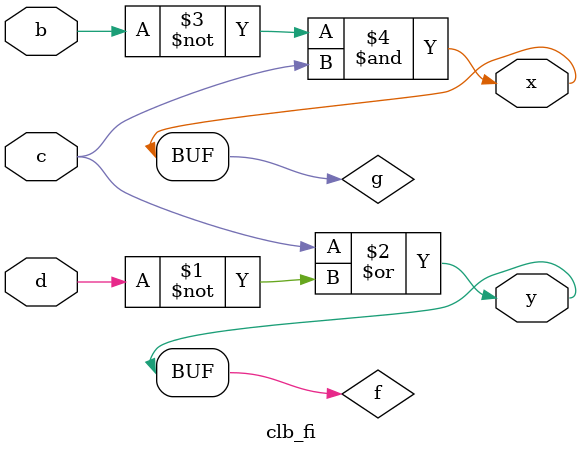
<source format=v>
module clb_fi(
	input b,
	input c,
	input d,
	output x,
	output y
);

	wire f, g;
	
	assign f = c | ~d;
	assign g = ~b & c;
	assign x = g;
	assign y = f;
	
endmodule

</source>
